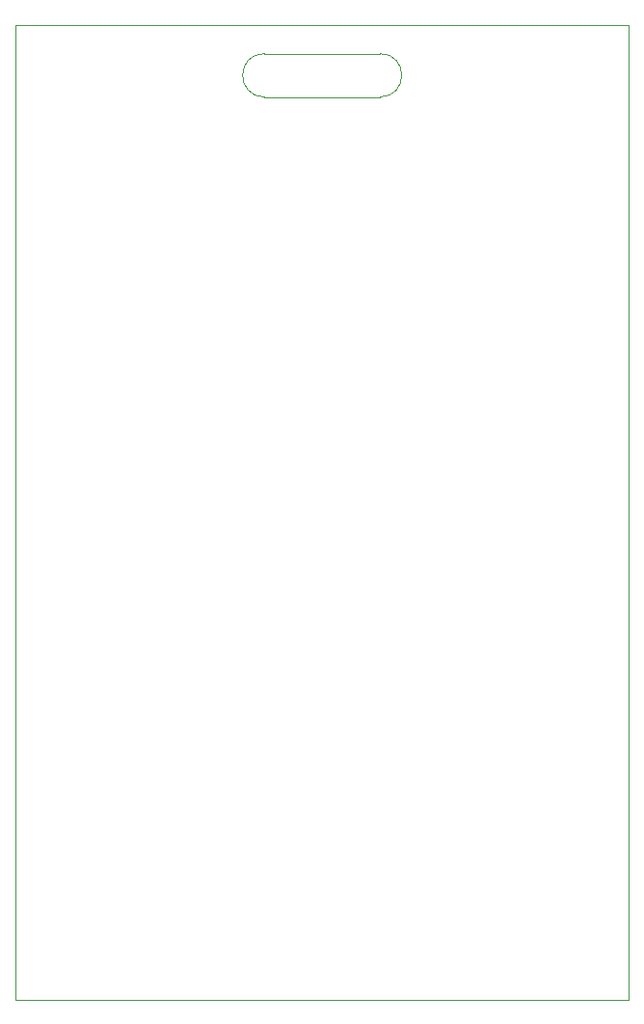
<source format=gm1>
%TF.GenerationSoftware,KiCad,Pcbnew,5.1.10*%
%TF.CreationDate,2021-10-31T07:52:44-04:00*%
%TF.ProjectId,555_badge,3535355f-6261-4646-9765-2e6b69636164,v01*%
%TF.SameCoordinates,Original*%
%TF.FileFunction,Profile,NP*%
%FSLAX46Y46*%
G04 Gerber Fmt 4.6, Leading zero omitted, Abs format (unit mm)*
G04 Created by KiCad (PCBNEW 5.1.10) date 2021-10-31 07:52:44*
%MOMM*%
%LPD*%
G01*
G04 APERTURE LIST*
%TA.AperFunction,Profile*%
%ADD10C,0.025400*%
%TD*%
%TA.AperFunction,Profile*%
%ADD11C,0.050000*%
%TD*%
G04 APERTURE END LIST*
D10*
X159004000Y-47752000D02*
G75*
G03*
X159004000Y-43942000I0J1905000D01*
G01*
X148844000Y-47752000D02*
G75*
G02*
X148844000Y-43942000I0J1905000D01*
G01*
X148844000Y-47752000D02*
X159004000Y-47752000D01*
X148844000Y-43942000D02*
X159004000Y-43942000D01*
X180848000Y-127000000D02*
X127000000Y-127000000D01*
X180848000Y-41402000D02*
X180848000Y-127000000D01*
D11*
X127000000Y-41402000D02*
X180848000Y-41402000D01*
D10*
X127000000Y-127000000D02*
X127000000Y-41402000D01*
M02*

</source>
